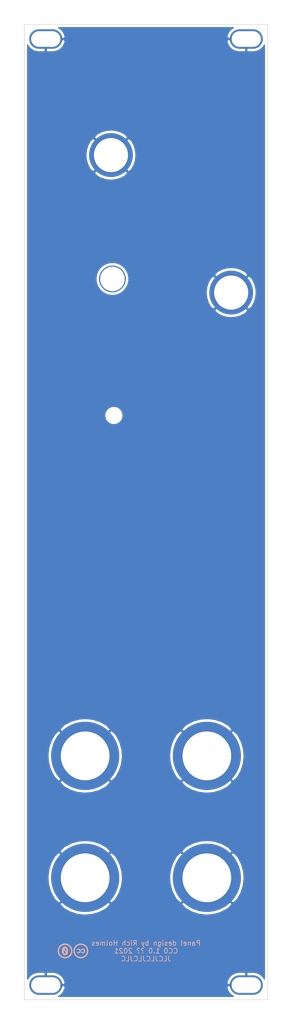
<source format=kicad_pcb>
(kicad_pcb (version 20211014) (generator pcbnew)
  (layers (0 "F.Cu" signal) (31 "B.Cu" signal) (34 "B.Paste" user) (35 "F.Paste" user) (36 "B.SilkS" user "B.Silkscreen") (37 "F.SilkS" user "F.Silkscreen") (38 "B.Mask" user) (39 "F.Mask" user) (44 "Edge.Cuts" user))
  (net 0 "")
  (net 1 "GND")
  (footprint "Kosmo_panel:Kosmo_Panel_Dual_Slotted_Mounting_Holes" (layer "F.Cu") (at 63.1 10.6 180)
    (fp_text reference "H10" hide)
    (fp_text value "Panel")
    (pad "1" thru_hole oval locked (at 1.4 0 180) (size 6.8 4) (drill oval 6 3.2) (layers *.Cu *.Mask) (net 1 "GND"))
    (pad "1" thru_hole oval locked (at 1.4 -194 180) (size 6.8 4) (drill oval 6 3.2) (layers *.Cu *.Mask) (net 1 "GND"))
  )
  (footprint "Kosmo_panel:Kosmo_Trimmer_Pot_Hole" (layer "F.Cu") (at 34.5 87.8)
    (fp_text reference "H8" hide)
    (fp_text value "Trimmer_Hole")
    (pad "" np_thru_hole circle locked (at 0 0) (size 2.5 2.5) (drill 2.5) (layers *.Mask "F.Cu"))
  )
  (footprint "Kosmo_panel:Kosmo_Switch_Hole" (layer "F.Cu") (at 33.9 34.4)
    (fp_text reference "H5" hide)
    (fp_text value "Switch_Hole")
    (pad "1" thru_hole circle locked (at 0 0) (size 9 9) (drill 7) (layers *.Cu *.Mask) (net 1 "GND"))
  )
  (footprint "Kosmo_panel:Kosmo_Pot_Hole" (layer "F.Cu") (at 58.6 62.6)
    (fp_text reference "H6" hide)
    (fp_text value "Pot_Hole")
    (pad "1" thru_hole circle locked (at 0 0) (size 9 9) (drill 7) (layers *.Cu *.Mask) (net 1 "GND"))
  )
  (footprint "Kosmo_panel:Kosmo_Jack_Hole" (layer "F.Cu") (at 28.6 157.6)
    (fp_text reference "H1" hide)
    (fp_text value "Jack_Hole")
    (pad "1" thru_hole circle locked (at 0 0) (size 14 14) (drill 10) (layers *.Cu *.Mask) (net 1 "GND"))
  )
  (footprint "Kosmo_panel:Kosmo_Panel_Dual_Slotted_Mounting_Holes" (layer "F.Cu") (at 19.1 204.6)
    (fp_text reference "H7" hide)
    (fp_text value "Panel")
    (pad "1" thru_hole oval locked (at 1.4 -194) (size 6.8 4) (drill oval 6 3.2) (layers *.Cu *.Mask) (net 1 "GND"))
    (pad "1" thru_hole oval locked (at 1.4 0) (size 6.8 4) (drill oval 6 3.2) (layers *.Cu *.Mask) (net 1 "GND"))
  )
  (footprint "Kosmo_panel:Kosmo_LED_Hole" (layer "F.Cu") (at 34.2 59.8)
    (fp_text reference "H9" hide)
    (fp_text value "Led_Hole")
    (pad "1" thru_hole circle locked (at 0 0) (size 5.5 5.5) (drill 5) (layers *.Cu *.Mask))
  )
  (footprint "Kosmo_panel:Kosmo_Jack_Hole" (layer "F.Cu") (at 28.6 182.6)
    (fp_text reference "H2" hide)
    (fp_text value "Jack_Hole")
    (pad "1" thru_hole circle locked (at 0 0) (size 14 14) (drill 10) (layers *.Cu *.Mask) (net 1 "GND"))
  )
  (footprint "Kosmo_panel:Kosmo_Jack_Hole" (layer "F.Cu") (at 53.6 157.6)
    (fp_text reference "H3" hide)
    (fp_text value "Jack_Hole")
    (pad "1" thru_hole circle locked (at 0 0) (size 14 14) (drill 10) (layers *.Cu *.Mask) (net 1 "GND"))
  )
  (footprint "Kosmo_panel:Kosmo_Jack_Hole" (layer "F.Cu") (at 53.6 182.6)
    (fp_text reference "H4" hide)
    (fp_text value "Jack_Hole")
    (pad "1" thru_hole circle locked (at 0 0) (size 14 14) (drill 10) (layers *.Cu *.Mask) (net 1 "GND"))
  )
  (footprint "ao_tht:CC0_logo" (layer "B.Cu") (at 26.1 197.6 180)
    (fp_text reference "GRAF3" hide)
    (fp_text value "CC0 logo" hide)
    (fp_poly (pts (xy -1.345762 1.496705) (xy -1.119275 1.439275) (xy -0.906042 1.349139) (xy -0.709636 1.228177) (xy -0.533628 1.078271) (xy -0.381589 0.901304) (xy -0.257089 0.699156) (xy -0.244249 0.673459) (xy -0.193712 0.562705) (xy -0.156951 0.461868) (xy -0.131999 0.360933) (xy -0.116892 0.249886) (xy -0.109665 0.118713) (xy -0.108257 -0.019538) (xy -0.109141 -0.139418) (xy -0.111786 -0.22955) (xy -0.117274 -0.299255) (xy -0.126685 -0.357855) (xy -0.141101 -0.414672) (xy -0.161488 -0.478692) (xy -0.25232 -0.689619) (xy -0.376092 -0.885212) (xy -0.528345 -1.061404) (xy -0.704617 -1.214128) (xy -0.90045 -1.339317) (xy -1.111382 -1.432904) (xy -1.253751 -1.474692) (xy -1.376333 -1.496312) (xy -1.517661 -1.509844) (xy -1.661804 -1.51454) (xy -1.792831 -1.50965) (xy -1.852036 -1.502835) (xy -2.065147 -1.451615) (xy -2.27496 -1.365903) (xy -2.472932 -1.249928) (xy -2.650519 -1.107922) (xy -2.651575 -1.106935) (xy -2.818861 -0.925473) (xy -2.952401 -0.726943) (xy -3.051194 -0.51425) (xy -3.114239 -0.290302) (xy -3.140535 -0.058003) (xy -3.137084 0.013629) (xy -2.862601 0.013629) (xy -2.860389 -0.11978) (xy -2.848612 -0.238052) (xy -2.834995 -0.302846) (xy -2.76038 -0.500843) (xy -2.653427 -0.685299) (xy -2.518836 -0.850554) (xy -2.361307 -0.990947) (xy -2.185539 -1.100816) (xy -2.16364 -1.111586) (xy -2.076119 -1.149895) (xy -1.986608 -1.18332) (xy -1.911196 -1.20599) (xy -1.895231 -1.209527) (xy -1.827822 -1.222939) (xy -1.771304 -1.234585) (xy -1.748692 -1.239505) (xy -1.699174 -1.244004) (xy -1.623233 -1.243264) (xy -1.533045 -1.238131) (xy -1.440787 -1.229448) (xy -1.358637 -1.218062) (xy -1.315852 -1.209472) (xy -1.145852 -1.152534) (xy -0.976986 -1.06724) (xy -0.819642 -0.960299) (xy -0.684202 -0.838415) (xy -0.614407 -0.756457) (xy -0.512259 -0.606814) (xy -0.439983 -0.465157) (xy -0.393839 -0.320154) (xy -0.370085 -0.160468) (xy -0.364724 0) (xy -0.366764 0.109115) (xy -0.372805 0.192678) (xy -0.384761 0.264156) (xy -0.404547 0.33702) (xy -0.418866 0.380813) (xy -0.509318 0.589261) (xy -0.630477 0.774366) (xy -0.780224 0.93399) (xy -0.956439 1.06599) (xy -1.157005 1.168227) (xy -1.223114 1.193304) (xy -1.334844 1.221816) (xy -1.470736 1.240097) (xy -1.617025 1.247316) (xy -1.759944 1.242644) (xy -1.853669 1.231343) (xy -2.041649 1.180435) (xy -2.221627 1.094685) (xy -2.389038 0.978174) (xy -2.539315 0.834985) (xy -2.667892 0.6692) (xy -2.770203 0.484902) (xy -2.815676 0.371231) (xy -2.839862 0.272479) (xy -2.855631 0.14883) (xy -2.862601 0.013629) (xy -3.137084 0.013629) (xy -3.12908 0.179741) (xy -3.118648 0.248748) (xy -3.060541 0.481714) (xy -2.970059 0.695081) (xy -2.845439 0.892109) (xy -2.684913 1.07606) (xy -2.655132 1.105115) (xy -2.474249 1.256065) (xy -2.283837 1.370769) (xy -2.078478 1.451842) (xy -1.852752 1.501896) (xy -1.824219 1.505919) (xy -1.581934 1.519547) (xy -1.345762 1.496705)) (layer "B.SilkS") (width 0.01) (fill solid))
    (fp_poly (pts (xy -1.01024 0.448053) (xy -0.908378 0.40803) (xy -0.825953 0.349289) (xy -0.779557 0.289126) (xy -0.775227 0.265623) (xy -0.793686 0.241428) (xy -0.840859 0.209511) (xy -0.852388 0.202677) (xy -0.906758 0.17294) (xy -0.938765 0.163009) (xy -0.958361 0.17072) (xy -0.964922 0.178217) (xy -1.013678 0.224964) (xy -1.073913 0.260146) (xy -1.12689 0.273539) (xy -1.208245 0.256466) (xy -1.27031 0.207135) (xy -1.310986 0.128382) (xy -1.328177 0.023042) (xy -1.328616 0.000962) (xy -1.315565 -0.10452) (xy -1.279697 -0.187197) (xy -1.225937 -0.243996) (xy -1.159213 -0.271845) (xy -1.084451 -0.267673) (xy -1.006578 -0.228406) (xy -0.986663 -0.212275) (xy -0.916888 -0.151013) (xy -0.839444 -0.185935) (xy -0.79209 -0.212301) (xy -0.764706 -0.237249) (xy -0.762 -0.244709) (xy -0.777365 -0.276272) (xy -0.817095 -0.319399) (xy -0.871639 -0.366241) (xy -0.931448 -0.408947) (xy -0.986973 -0.43967) (xy -1.00907 -0.447792) (xy -1.148419 -0.468493) (xy -1.280352 -0.450937) (xy -1.363723 -0.418395) (xy -1.467214 -0.346141) (xy -1.542881 -0.248191) (xy -1.588536 -0.128345) (xy -1.602154 -0.004694) (xy -1.585124 0.126514) (xy -1.536905 0.245772) (xy -1.4618 0.345922) (xy -1.364117 0.419804) (xy -1.339475 0.432072) (xy -1.235087 0.462447) (xy -1.122242 0.466983) (xy -1.01024 0.448053)) (layer "B.SilkS") (width 0.01) (fill solid))
    (fp_poly (pts (xy 1.937449 1.488413) (xy 2.165128 1.427681) (xy 2.377239 1.336055) (xy 2.447398 1.296292) (xy 2.555932 1.219221) (xy 2.671208 1.118507) (xy 2.782641 1.004866) (xy 2.879647 0.889018) (xy 2.946112 0.791308) (xy 3.045923 0.585001) (xy 3.11415 0.364759) (xy 3.150694 0.136541) (xy 3.155457 -0.093698) (xy 3.12834 -0.32) (xy 3.069247 -0.536409) (xy 2.978077 -0.736967) (xy 2.971503 -0.748509) (xy 2.84694 -0.927855) (xy 2.691596 -1.091903) (xy 2.512465 -1.235367) (xy 2.316538 -1.352963) (xy 2.110807 -1.439403) (xy 2.023637 -1.465024) (xy 1.893912 -1.490687) (xy 1.748397 -1.507309) (xy 1.602282 -1.513928) (xy 1.470755 -1.509587) (xy 1.417299 -1.503333) (xy 1.177964 -1.446757) (xy 0.951186 -1.353934) (xy 0.741335 -1.2268) (xy 0.669682 -1.172122) (xy 0.498435 -1.00945) (xy 0.35804 -0.826151) (xy 0.249021 -0.626239) (xy 0.171902 -0.41373) (xy 0.127209 -0.192639) (xy 0.118984 -0.034606) (xy 0.380802 -0.034606) (xy 0.405936 -0.245751) (xy 0.467321 -0.45069) (xy 0.551733 -0.623249) (xy 0.614924 -0.713441) (xy 0.701005 -0.813314) (xy 0.799428 -0.912322) (xy 0.89965 -0.99992) (xy 0.991124 -1.065561) (xy 0.998443 -1.069958) (xy 1.196064 -1.164254) (xy 1.404843 -1.221992) (xy 1.620757 -1.242623) (xy 1.839786 -1.225598) (xy 1.956747 -1.200863) (xy 2.127697 -1.140458) (xy 2.297418 -1.051041) (xy 2.454712 -0.939843) (xy 2.588382 -0.814097) (xy 2.627915 -0.767478) (xy 2.745701 -0.589023) (xy 2.828533 -0.398686) (xy 2.877095 -0.20062) (xy 2.892068 0.001025) (xy 2.874137 0.202096) (xy 2.823983 0.398442) (xy 2.74229 0.585911) (xy 2.629741 0.760353) (xy 2.487017 0.917615) (xy 2.330082 1.043259) (xy 2.149405 1.143654) (xy 1.952948 1.211144) (xy 1.746545 1.245378) (xy 1.536028 1.246007) (xy 1.327231 1.212681) (xy 1.125987 1.14505) (xy 1.069661 1.118866) (xy 0.925853 1.029542) (xy 0.786385 0.909758) (xy 0.658542 0.768022) (xy 0.54961 0.61284) (xy 0.466877 0.452718) (xy 0.441544 0.385589) (xy 0.392483 0.177567) (xy 0.380802 -0.034606) (xy 0.118984 -0.034606) (xy 0.115464 0.033018) (xy 0.137192 0.259228) (xy 0.192918 0.481975) (xy 0.283167 0.697244) (xy 0.400416 0.889849) (xy 0.528616 1.042922) (xy 0.682877 1.183446) (xy 0.854449 1.305304) (xy 1.034582 1.402374) (xy 1.214524 1.46854) (xy 1.236086 1.474212) (xy 1.465421 1.512781) (xy 1.701711 1.517147) (xy 1.937449 1.488413)) (layer "B.SilkS") (width 0.01) (fill solid))
    (fp_poly (pts (xy -1.885462 0.447357) (xy -1.80796 0.416229) (xy -1.734173 0.37) (xy -1.677964 0.318156) (xy -1.661191 0.293865) (xy -1.654405 0.269539) (xy -1.668257 0.247419) (xy -1.709064 0.219701) (xy -1.731679 0.206789) (xy -1.821809 0.156415) (xy -1.888507 0.214977) (xy -1.960737 0.261481) (xy -2.032889 0.270561) (xy -2.108372 0.245153) (xy -2.162338 0.200425) (xy -2.19441 0.131222) (xy -2.205949 0.03361) (xy -2.20416 -0.031687) (xy -2.197588 -0.10471) (xy -2.185977 -0.152001) (xy -2.164231 -0.186901) (xy -2.133179 -0.217499) (xy -2.057933 -0.264544) (xy -1.981404 -0.272549) (xy -1.903904 -0.241518) (xy -1.867775 -0.213928) (xy -1.799883 -0.154317) (xy -1.720557 -0.194786) (xy -1.673096 -0.222496) (xy -1.644755 -0.245796) (xy -1.641231 -0.252736) (xy -1.654834 -0.274078) (xy -1.690081 -0.311448) (xy -1.727998 -0.346592) (xy -1.841914 -0.423137) (xy -1.965441 -0.462801) (xy -2.094244 -0.464942) (xy -2.223988 -0.428916) (xy -2.238695 -0.422334) (xy -2.345027 -0.354034) (xy -2.420464 -0.262318) (xy -2.465242 -0.146736) (xy -2.479597 -0.006835) (xy -2.478269 0.035499) (xy -2.468911 0.125283) (xy -2.449251 0.195064) (xy -2.413931 0.263602) (xy -2.412411 0.266102) (xy -2.33328 0.360131) (xy -2.230981 0.425953) (xy -2.111332 0.461567) (xy -1.980151 0.46497) (xy -1.885462 0.447357)) (layer "B.SilkS") (width 0.01) (fill solid))
    (fp_poly (pts (xy 1.718811 0.866259) (xy 1.783433 0.858563) (xy 1.8415 0.840803) (xy 1.900438 0.814116) (xy 2.015396 0.738004) (xy 2.107653 0.63303) (xy 2.177998 0.497849) (xy 2.227221 0.331117) (xy 2.24543 0.226536) (xy 2.261732 0.072822) (xy 2.263518 -0.063482) (xy 2.250516 -0.201356) (xy 2.238221 -0.277732) (xy 2.1934 -0.451964) (xy 2.126711 -0.598191) (xy 2.039491 -0.714342) (xy 1.933076 -0.798346) (xy 1.887208 -0.821706) (xy 1.794059 -0.850276) (xy 1.681724 -0.866619) (xy 1.568671 -0.868967) (xy 1.490717 -0.859705) (xy 1.4154 -0.839781) (xy 1.353805 -0.811095) (xy 1.290906 -0.765485) (xy 1.247215 -0.727434) (xy 1.157059 -0.622255) (xy 1.089193 -0.48908) (xy 1.07861 -0.451694) (xy 1.484923 -0.451694) (xy 1.501634 -0.498731) (xy 1.545315 -0.530658) (xy 1.606292 -0.545931) (xy 1.674889 -0.543004) (xy 1.741429 -0.520334) (xy 1.774755 -0.497962) (xy 1.816901 -0.448793) (xy 1.854205 -0.382909) (xy 1.864849 -0.356308) (xy 1.88411 -0.277223) (xy 1.89875 -0.173359) (xy 1.907803 -0.058843) (xy 1.910303 0.052198) (xy 1.905284 0.145638) (xy 1.901108 0.174111) (xy 1.884973 0.260298) (xy 1.684948 -0.083738) (xy 1.624344 -0.189104) (xy 1.571119 -0.283798) (xy 1.52824 -0.362368) (xy 1.498669 -0.41936) (xy 1.485371 -0.449321) (xy 1.484923 -0.451694) (xy 1.07861 -0.451694) (xy 1.043164 -0.326483) (xy 1.01852 -0.133041) (xy 1.015195 -0.034984) (xy 1.361854 -0.034984) (xy 1.363815 -0.095716) (xy 1.365833 -0.141666) (xy 1.368582 -0.174212) (xy 1.374422 -0.190645) (xy 1.385712 -0.188254) (xy 1.404811 -0.16433) (xy 1.434079 -0.116164) (xy 1.475876 -0.041045) (xy 1.532562 0.063737) (xy 1.581079 0.153804) (xy 1.640141 0.264381) (xy 1.682165 0.346344) (xy 1.709345 0.405094) (xy 1.723875 0.446033) (xy 1.727947 0.474566) (xy 1.723754 0.496092) (xy 1.721855 0.500611) (xy 1.68592 0.536803) (xy 1.627827 0.547355) (xy 1.555436 0.531648) (xy 1.521317 0.516383) (xy 1.464215 0.465864) (xy 1.418724 0.381603) (xy 1.385837 0.267465) (xy 1.366549 0.127314) (xy 1.361854 -0.034984) (xy 1.015195 -0.034984) (xy 1.013762 0.007269) (xy 1.024688 0.220322) (xy 1.059279 0.402862) (xy 1.117786 0.555661) (xy 1.200462 0.679494) (xy 1.248508 0.728604) (xy 1.333991 0.795416) (xy 1.420481 0.837758) (xy 1.520566 0.860181) (xy 1.631461 0.867075) (xy 1.718811 0.866259)) (layer "B.SilkS") (width 0.01) (fill solid))
  )
  (gr_line (start 16.1 207.6) (end 66.1 207.6) (layer "Edge.Cuts") (width 0.1))
  (gr_line (start 66.1 7.6) (end 16.1 7.6) (layer "Edge.Cuts") (width 0.1))
  (gr_line (start 16.1 7.6) (end 16.1 207.6) (layer "Edge.Cuts") (width 0.1))
  (gr_line (start 66.1 207.6) (end 66.1 7.6) (layer "Edge.Cuts") (width 0.1))
  (gr_text "Panel design by Rich Holmes\nCC0 1.0 ?? 2021\nJLCJLCJLCJLC" (at 41.1 197.6) (layer "B.SilkS") (effects (font (size 1 1)) (justify mirror)))
  (zone (net 1) (net_name "GND") (layer "F.Cu") (connect_pads (clearance 0.508)) (min_thickness 0.254) (fill yes (thermal_gap 0.508) (thermal_bridge_width 0.508))
    (polygon (pts (xy 71.1 212.6) (xy 11.1 212.6) (xy 11.1 2.6) (xy 71.1 2.6)))
  )
  (zone (net 1) (net_name "GND") (layer "B.Cu") (connect_pads (clearance 0.508)) (min_thickness 0.254) (fill yes (thermal_gap 0.508) (thermal_bridge_width 0.508))
    (polygon (pts (xy 71.1 212.6) (xy 11.1 212.6) (xy 11.1 2.6) (xy 71.1 2.6)))
  )
)
</source>
